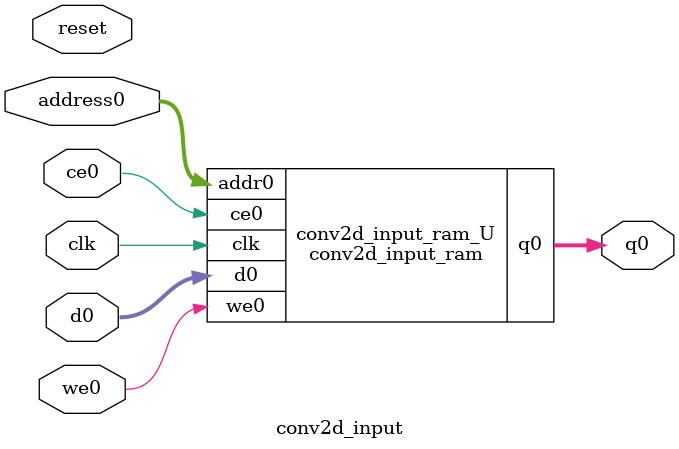
<source format=v>
`timescale 1 ns / 1 ps
module conv2d_input_ram (addr0, ce0, d0, we0, q0,  clk);

parameter DWIDTH = 32;
parameter AWIDTH = 12;
parameter MEM_SIZE = 4096;

input[AWIDTH-1:0] addr0;
input ce0;
input[DWIDTH-1:0] d0;
input we0;
output reg[DWIDTH-1:0] q0;
input clk;

(* ram_style = "block" *)reg [DWIDTH-1:0] ram[0:MEM_SIZE-1];




always @(posedge clk)  
begin 
    if (ce0) begin
        if (we0) 
            ram[addr0] <= d0; 
        q0 <= ram[addr0];
    end
end


endmodule

`timescale 1 ns / 1 ps
module conv2d_input(
    reset,
    clk,
    address0,
    ce0,
    we0,
    d0,
    q0);

parameter DataWidth = 32'd32;
parameter AddressRange = 32'd4096;
parameter AddressWidth = 32'd12;
input reset;
input clk;
input[AddressWidth - 1:0] address0;
input ce0;
input we0;
input[DataWidth - 1:0] d0;
output[DataWidth - 1:0] q0;



conv2d_input_ram conv2d_input_ram_U(
    .clk( clk ),
    .addr0( address0 ),
    .ce0( ce0 ),
    .we0( we0 ),
    .d0( d0 ),
    .q0( q0 ));

endmodule


</source>
